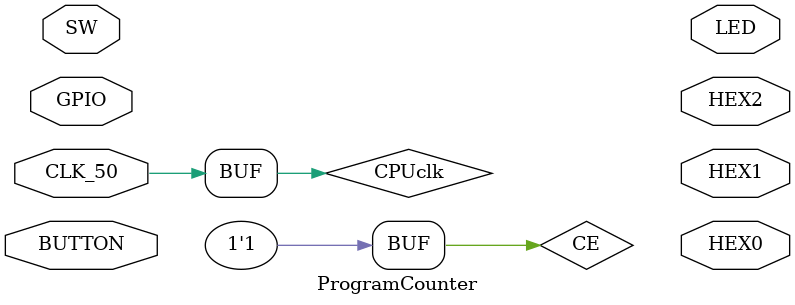
<source format=v>

module ProgramCounter(
	input		CLK_50,
	input	[3:0]	SW,
	input	[1:0]	BUTTON,
	output	[6:0]	HEX0,
	output	[6:0]	HEX1,
	output	[6:0]	HEX2,
	output	[7:0]	LED,
	inout	[35:0]	GPIO
);

//=======================//
//    PC reg / wires     //
//=======================//
reg [3:0] Counter = 4'b0000; //4 bit program counter (change this value to jump)
wire CE = 1'b1; //Count Enable (leave 1 as default)
wire CPUclk;
assign CPUclk = CLK_50; 


//======================//
//     4 Bit counter    //
//======================//

always @(posedge CPUclk & CE) begin
	Counter = Counter + 1'b1;
	if(Counter == 4'b1111) begin
		Counter = 4'b0000;
	end
end

endmodule

</source>
